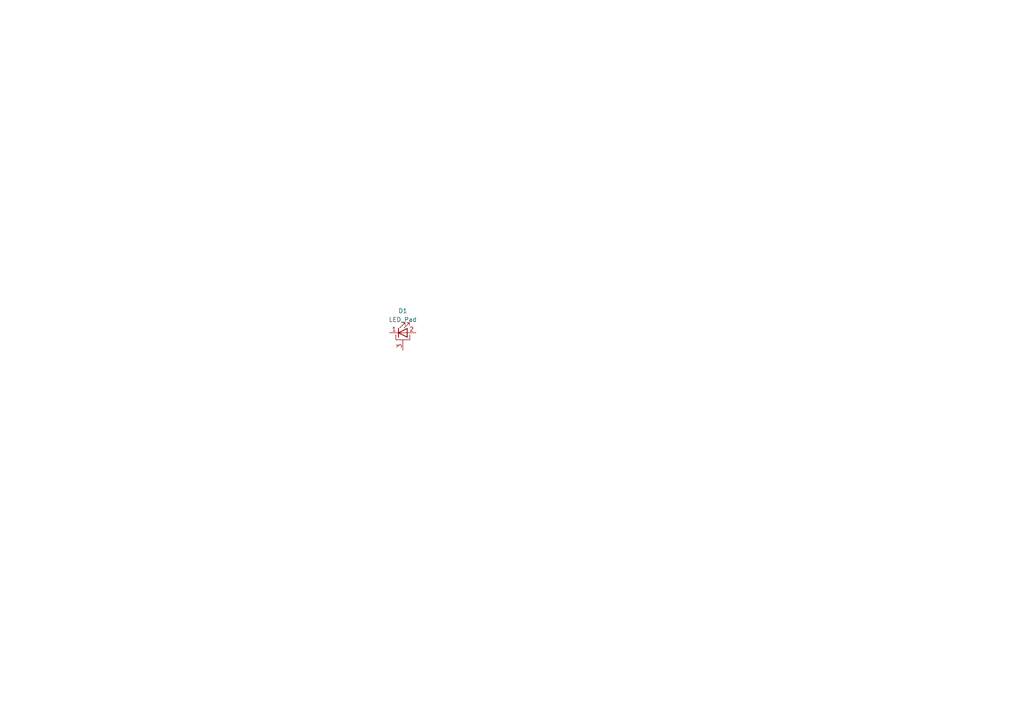
<source format=kicad_sch>
(kicad_sch (version 20230121) (generator eeschema)
  (paper "A4")
  (lib_symbols
    (symbol "Device:LED_Pad" (pin_names (offset 1.016) hide)
      (property "Reference" "D" (at 0 5.715 0))
      (property "Value" "LED_Pad" (at 0 3.81 0))
      (symbol "LED_Pad_0_1"
        (polyline (pts (xy -1.27 -1.27) (xy -1.27 1.27)) (stroke (width 0.254)))
        (polyline (pts (xy -1.27 0) (xy 1.27 0)))
        (polyline (pts (xy 0 -2.54) (xy 0 -2.032)))
        (polyline (pts (xy -2.032 -0.508) (xy -2.032 -2.032) (xy 2.032 -2.032) (xy 2.032 -0.508)))
        (polyline (pts (xy 1.27 -1.27) (xy 1.27 1.27) (xy -1.27 0) (xy 1.27 -1.27)) (stroke (width 0.254)))
        (polyline (pts (xy -0.889 1.397) (xy 0.635 2.921) (xy -0.127 2.921) (xy 0.635 2.921) (xy 0.635 2.159)))
        (polyline (pts (xy 0.381 1.397) (xy 1.905 2.921) (xy 1.143 2.921) (xy 1.905 2.921) (xy 1.905 2.159)))
      )
      (symbol "LED_Pad_1_1"
        (pin passive line (at -3.81 0 0) (length 2.54) (name "K") (number "1"))
        (pin passive line (at 3.81 0 180) (length 2.54) (name "A") (number "2"))
        (pin passive line (at 0 -5.08 90) (length 2.54) (name "PAD") (number "3"))
      )
    )
  )
  (symbol (lib_id "Device:LED_Pad") (at 116.84 96.52 0) (unit 1)
    (property "Reference" "D1" (at 116.84 90.17 0))
    (property "Value" "LED_Pad" (at 116.84 92.71 0))
  )
)
</source>
